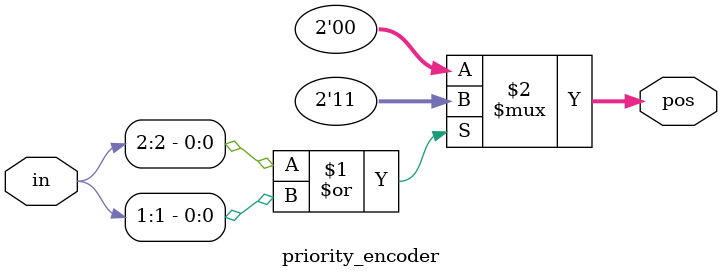
<source format=v>
module priority_encoder( 
input [2:0] in,
output reg [1:0] pos ); 
// When sel=1, assign b to out
assign #1 pos = (in[2] | in[1]) ? 2'b11 : 2'b00;
endmodule

</source>
